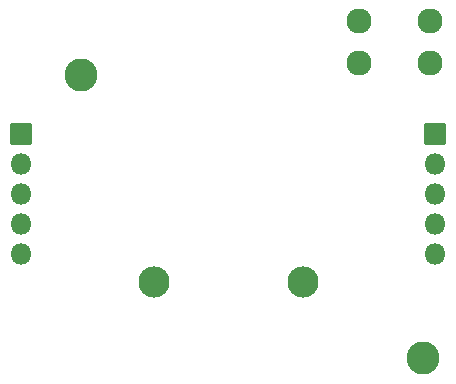
<source format=gbs>
G04 #@! TF.GenerationSoftware,KiCad,Pcbnew,(6.0.4)*
G04 #@! TF.CreationDate,2022-11-16T23:10:50-06:00*
G04 #@! TF.ProjectId,BPS-ShuntResistor,4250532d-5368-4756-9e74-526573697374,rev?*
G04 #@! TF.SameCoordinates,Original*
G04 #@! TF.FileFunction,Soldermask,Bot*
G04 #@! TF.FilePolarity,Negative*
%FSLAX46Y46*%
G04 Gerber Fmt 4.6, Leading zero omitted, Abs format (unit mm)*
G04 Created by KiCad (PCBNEW (6.0.4)) date 2022-11-16 23:10:50*
%MOMM*%
%LPD*%
G01*
G04 APERTURE LIST*
G04 Aperture macros list*
%AMRoundRect*
0 Rectangle with rounded corners*
0 $1 Rounding radius*
0 $2 $3 $4 $5 $6 $7 $8 $9 X,Y pos of 4 corners*
0 Add a 4 corners polygon primitive as box body*
4,1,4,$2,$3,$4,$5,$6,$7,$8,$9,$2,$3,0*
0 Add four circle primitives for the rounded corners*
1,1,$1+$1,$2,$3*
1,1,$1+$1,$4,$5*
1,1,$1+$1,$6,$7*
1,1,$1+$1,$8,$9*
0 Add four rect primitives between the rounded corners*
20,1,$1+$1,$2,$3,$4,$5,0*
20,1,$1+$1,$4,$5,$6,$7,0*
20,1,$1+$1,$6,$7,$8,$9,0*
20,1,$1+$1,$8,$9,$2,$3,0*%
G04 Aperture macros list end*
%ADD10RoundRect,0.050000X-0.850000X-0.850000X0.850000X-0.850000X0.850000X0.850000X-0.850000X0.850000X0*%
%ADD11O,1.800000X1.800000*%
%ADD12C,2.800000*%
%ADD13C,2.128000*%
%ADD14C,2.640000*%
G04 APERTURE END LIST*
D10*
X117525000Y-107420000D03*
D11*
X117525000Y-109960000D03*
X117525000Y-112500000D03*
X117525000Y-115040000D03*
X117525000Y-117580000D03*
D12*
X151510000Y-126430000D03*
D10*
X152500000Y-107425000D03*
D11*
X152500000Y-109965000D03*
X152500000Y-112505000D03*
X152500000Y-115045000D03*
X152500000Y-117585000D03*
D12*
X122585000Y-102430000D03*
D13*
X146085000Y-101453000D03*
X152085000Y-101453000D03*
X152085000Y-97905000D03*
X146085000Y-97905000D03*
D14*
X128760000Y-120005000D03*
X141360000Y-120005000D03*
M02*

</source>
